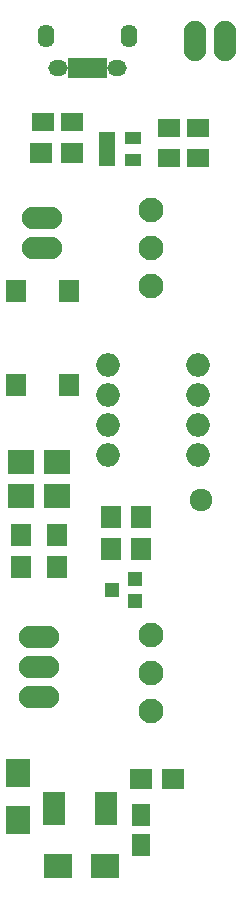
<source format=gts>
G04 #@! TF.FileFunction,Soldermask,Top*
%FSLAX46Y46*%
G04 Gerber Fmt 4.6, Leading zero omitted, Abs format (unit mm)*
G04 Created by KiCad (PCBNEW 4.0.1-stable) date Onsdag 20 Januari 2016 21:11:00*
%MOMM*%
G01*
G04 APERTURE LIST*
%ADD10C,0.100000*%
%ADD11R,1.900000X1.650000*%
%ADD12R,2.000000X2.400000*%
%ADD13R,2.400000X2.000000*%
%ADD14R,1.650000X1.900000*%
%ADD15R,2.200860X1.997660*%
%ADD16O,2.000000X2.000000*%
%ADD17R,0.800000X1.750000*%
%ADD18O,1.650000X1.350000*%
%ADD19O,1.400000X1.950000*%
%ADD20O,1.906220X3.414980*%
%ADD21O,3.414980X1.906220*%
%ADD22R,1.200100X1.200100*%
%ADD23R,1.700000X1.900000*%
%ADD24R,1.900000X1.700000*%
%ADD25C,2.100000*%
%ADD26R,1.460000X1.050000*%
%ADD27R,1.850000X0.850000*%
%ADD28C,1.924000*%
%ADD29R,1.700000X1.950000*%
G04 APERTURE END LIST*
D10*
D11*
X63826000Y-24320000D03*
X66326000Y-24320000D03*
X74494000Y-24828000D03*
X76994000Y-24828000D03*
X74494000Y-27368000D03*
X76994000Y-27368000D03*
D12*
X61774000Y-79470000D03*
X61774000Y-83470000D03*
D13*
X69108000Y-87312000D03*
X65108000Y-87312000D03*
D14*
X72188000Y-83014000D03*
X72188000Y-85514000D03*
D15*
X62028000Y-53126140D03*
X62028000Y-55965860D03*
X65076000Y-53126140D03*
X65076000Y-55965860D03*
D16*
X69394000Y-44894000D03*
X69394000Y-47434000D03*
X69394000Y-49974000D03*
X69394000Y-52514000D03*
X77014000Y-52514000D03*
X77014000Y-49974000D03*
X77014000Y-47434000D03*
X77014000Y-44894000D03*
D17*
X68916900Y-19786540D03*
X68266900Y-19786540D03*
X67616900Y-19786540D03*
X66966900Y-19786540D03*
X66316900Y-19786540D03*
D18*
X70116900Y-19786540D03*
X65116900Y-19786540D03*
D19*
X71116900Y-17086540D03*
X64116900Y-17086540D03*
D20*
X76730000Y-17500000D03*
X79270000Y-17500000D03*
D21*
X63806000Y-34988000D03*
X63806000Y-32448000D03*
D22*
X71664760Y-64894000D03*
X71664760Y-62994000D03*
X69665780Y-63944000D03*
D23*
X62028000Y-59292000D03*
X62028000Y-61992000D03*
X65076000Y-59292000D03*
X65076000Y-61992000D03*
X72188000Y-60468000D03*
X72188000Y-57768000D03*
X69648000Y-60468000D03*
X69648000Y-57768000D03*
D24*
X66350000Y-27000000D03*
X63650000Y-27000000D03*
X72150000Y-80000000D03*
X74850000Y-80000000D03*
D25*
X73000000Y-38200000D03*
X73000000Y-35000000D03*
X73000000Y-31800000D03*
X73000000Y-74200000D03*
X73000000Y-71000000D03*
X73000000Y-67800000D03*
D26*
X69305952Y-25665000D03*
X69305952Y-26615000D03*
X69305952Y-27565000D03*
X71505952Y-27565000D03*
X71505952Y-25665000D03*
D27*
X64800000Y-81525000D03*
X64800000Y-82175000D03*
X64800000Y-82825000D03*
X64800000Y-83475000D03*
X69200000Y-83475000D03*
X69200000Y-82825000D03*
X69200000Y-82175000D03*
X69200000Y-81525000D03*
D28*
X77268000Y-56324000D03*
D21*
X63500000Y-67960000D03*
X63500000Y-70500000D03*
X63500000Y-73040000D03*
D29*
X66056000Y-46583000D03*
X61556000Y-46583000D03*
X61556000Y-38633000D03*
X66056000Y-38633000D03*
M02*

</source>
